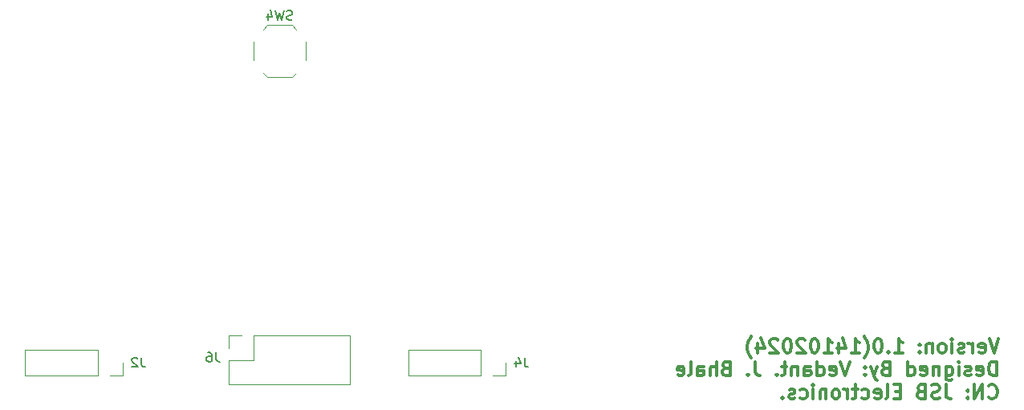
<source format=gbr>
%TF.GenerationSoftware,KiCad,Pcbnew,7.0.2*%
%TF.CreationDate,2024-10-16T20:37:04+05:30*%
%TF.ProjectId,digitalClock,64696769-7461-46c4-936c-6f636b2e6b69,rev?*%
%TF.SameCoordinates,Original*%
%TF.FileFunction,Legend,Bot*%
%TF.FilePolarity,Positive*%
%FSLAX46Y46*%
G04 Gerber Fmt 4.6, Leading zero omitted, Abs format (unit mm)*
G04 Created by KiCad (PCBNEW 7.0.2) date 2024-10-16 20:37:04*
%MOMM*%
%LPD*%
G01*
G04 APERTURE LIST*
%ADD10C,0.300000*%
%ADD11C,0.150000*%
%ADD12C,0.120000*%
G04 APERTURE END LIST*
D10*
X220357142Y-112456428D02*
X219857142Y-113956428D01*
X219857142Y-113956428D02*
X219357142Y-112456428D01*
X218285714Y-113885000D02*
X218428571Y-113956428D01*
X218428571Y-113956428D02*
X218714286Y-113956428D01*
X218714286Y-113956428D02*
X218857143Y-113885000D01*
X218857143Y-113885000D02*
X218928571Y-113742142D01*
X218928571Y-113742142D02*
X218928571Y-113170714D01*
X218928571Y-113170714D02*
X218857143Y-113027857D01*
X218857143Y-113027857D02*
X218714286Y-112956428D01*
X218714286Y-112956428D02*
X218428571Y-112956428D01*
X218428571Y-112956428D02*
X218285714Y-113027857D01*
X218285714Y-113027857D02*
X218214286Y-113170714D01*
X218214286Y-113170714D02*
X218214286Y-113313571D01*
X218214286Y-113313571D02*
X218928571Y-113456428D01*
X217571429Y-113956428D02*
X217571429Y-112956428D01*
X217571429Y-113242142D02*
X217500000Y-113099285D01*
X217500000Y-113099285D02*
X217428572Y-113027857D01*
X217428572Y-113027857D02*
X217285714Y-112956428D01*
X217285714Y-112956428D02*
X217142857Y-112956428D01*
X216714286Y-113885000D02*
X216571429Y-113956428D01*
X216571429Y-113956428D02*
X216285715Y-113956428D01*
X216285715Y-113956428D02*
X216142858Y-113885000D01*
X216142858Y-113885000D02*
X216071429Y-113742142D01*
X216071429Y-113742142D02*
X216071429Y-113670714D01*
X216071429Y-113670714D02*
X216142858Y-113527857D01*
X216142858Y-113527857D02*
X216285715Y-113456428D01*
X216285715Y-113456428D02*
X216500001Y-113456428D01*
X216500001Y-113456428D02*
X216642858Y-113385000D01*
X216642858Y-113385000D02*
X216714286Y-113242142D01*
X216714286Y-113242142D02*
X216714286Y-113170714D01*
X216714286Y-113170714D02*
X216642858Y-113027857D01*
X216642858Y-113027857D02*
X216500001Y-112956428D01*
X216500001Y-112956428D02*
X216285715Y-112956428D01*
X216285715Y-112956428D02*
X216142858Y-113027857D01*
X215428572Y-113956428D02*
X215428572Y-112956428D01*
X215428572Y-112456428D02*
X215500000Y-112527857D01*
X215500000Y-112527857D02*
X215428572Y-112599285D01*
X215428572Y-112599285D02*
X215357143Y-112527857D01*
X215357143Y-112527857D02*
X215428572Y-112456428D01*
X215428572Y-112456428D02*
X215428572Y-112599285D01*
X214500000Y-113956428D02*
X214642857Y-113885000D01*
X214642857Y-113885000D02*
X214714286Y-113813571D01*
X214714286Y-113813571D02*
X214785714Y-113670714D01*
X214785714Y-113670714D02*
X214785714Y-113242142D01*
X214785714Y-113242142D02*
X214714286Y-113099285D01*
X214714286Y-113099285D02*
X214642857Y-113027857D01*
X214642857Y-113027857D02*
X214500000Y-112956428D01*
X214500000Y-112956428D02*
X214285714Y-112956428D01*
X214285714Y-112956428D02*
X214142857Y-113027857D01*
X214142857Y-113027857D02*
X214071429Y-113099285D01*
X214071429Y-113099285D02*
X214000000Y-113242142D01*
X214000000Y-113242142D02*
X214000000Y-113670714D01*
X214000000Y-113670714D02*
X214071429Y-113813571D01*
X214071429Y-113813571D02*
X214142857Y-113885000D01*
X214142857Y-113885000D02*
X214285714Y-113956428D01*
X214285714Y-113956428D02*
X214500000Y-113956428D01*
X213357143Y-112956428D02*
X213357143Y-113956428D01*
X213357143Y-113099285D02*
X213285714Y-113027857D01*
X213285714Y-113027857D02*
X213142857Y-112956428D01*
X213142857Y-112956428D02*
X212928571Y-112956428D01*
X212928571Y-112956428D02*
X212785714Y-113027857D01*
X212785714Y-113027857D02*
X212714286Y-113170714D01*
X212714286Y-113170714D02*
X212714286Y-113956428D01*
X212000000Y-113813571D02*
X211928571Y-113885000D01*
X211928571Y-113885000D02*
X212000000Y-113956428D01*
X212000000Y-113956428D02*
X212071428Y-113885000D01*
X212071428Y-113885000D02*
X212000000Y-113813571D01*
X212000000Y-113813571D02*
X212000000Y-113956428D01*
X212000000Y-113027857D02*
X211928571Y-113099285D01*
X211928571Y-113099285D02*
X212000000Y-113170714D01*
X212000000Y-113170714D02*
X212071428Y-113099285D01*
X212071428Y-113099285D02*
X212000000Y-113027857D01*
X212000000Y-113027857D02*
X212000000Y-113170714D01*
X209357142Y-113956428D02*
X210214285Y-113956428D01*
X209785714Y-113956428D02*
X209785714Y-112456428D01*
X209785714Y-112456428D02*
X209928571Y-112670714D01*
X209928571Y-112670714D02*
X210071428Y-112813571D01*
X210071428Y-112813571D02*
X210214285Y-112885000D01*
X208714286Y-113813571D02*
X208642857Y-113885000D01*
X208642857Y-113885000D02*
X208714286Y-113956428D01*
X208714286Y-113956428D02*
X208785714Y-113885000D01*
X208785714Y-113885000D02*
X208714286Y-113813571D01*
X208714286Y-113813571D02*
X208714286Y-113956428D01*
X207714285Y-112456428D02*
X207571428Y-112456428D01*
X207571428Y-112456428D02*
X207428571Y-112527857D01*
X207428571Y-112527857D02*
X207357143Y-112599285D01*
X207357143Y-112599285D02*
X207285714Y-112742142D01*
X207285714Y-112742142D02*
X207214285Y-113027857D01*
X207214285Y-113027857D02*
X207214285Y-113385000D01*
X207214285Y-113385000D02*
X207285714Y-113670714D01*
X207285714Y-113670714D02*
X207357143Y-113813571D01*
X207357143Y-113813571D02*
X207428571Y-113885000D01*
X207428571Y-113885000D02*
X207571428Y-113956428D01*
X207571428Y-113956428D02*
X207714285Y-113956428D01*
X207714285Y-113956428D02*
X207857143Y-113885000D01*
X207857143Y-113885000D02*
X207928571Y-113813571D01*
X207928571Y-113813571D02*
X208000000Y-113670714D01*
X208000000Y-113670714D02*
X208071428Y-113385000D01*
X208071428Y-113385000D02*
X208071428Y-113027857D01*
X208071428Y-113027857D02*
X208000000Y-112742142D01*
X208000000Y-112742142D02*
X207928571Y-112599285D01*
X207928571Y-112599285D02*
X207857143Y-112527857D01*
X207857143Y-112527857D02*
X207714285Y-112456428D01*
X206142857Y-114527857D02*
X206214286Y-114456428D01*
X206214286Y-114456428D02*
X206357143Y-114242142D01*
X206357143Y-114242142D02*
X206428572Y-114099285D01*
X206428572Y-114099285D02*
X206500000Y-113885000D01*
X206500000Y-113885000D02*
X206571429Y-113527857D01*
X206571429Y-113527857D02*
X206571429Y-113242142D01*
X206571429Y-113242142D02*
X206500000Y-112885000D01*
X206500000Y-112885000D02*
X206428572Y-112670714D01*
X206428572Y-112670714D02*
X206357143Y-112527857D01*
X206357143Y-112527857D02*
X206214286Y-112313571D01*
X206214286Y-112313571D02*
X206142857Y-112242142D01*
X204785714Y-113956428D02*
X205642857Y-113956428D01*
X205214286Y-113956428D02*
X205214286Y-112456428D01*
X205214286Y-112456428D02*
X205357143Y-112670714D01*
X205357143Y-112670714D02*
X205500000Y-112813571D01*
X205500000Y-112813571D02*
X205642857Y-112885000D01*
X203500001Y-112956428D02*
X203500001Y-113956428D01*
X203857143Y-112385000D02*
X204214286Y-113456428D01*
X204214286Y-113456428D02*
X203285715Y-113456428D01*
X201928572Y-113956428D02*
X202785715Y-113956428D01*
X202357144Y-113956428D02*
X202357144Y-112456428D01*
X202357144Y-112456428D02*
X202500001Y-112670714D01*
X202500001Y-112670714D02*
X202642858Y-112813571D01*
X202642858Y-112813571D02*
X202785715Y-112885000D01*
X201000001Y-112456428D02*
X200857144Y-112456428D01*
X200857144Y-112456428D02*
X200714287Y-112527857D01*
X200714287Y-112527857D02*
X200642859Y-112599285D01*
X200642859Y-112599285D02*
X200571430Y-112742142D01*
X200571430Y-112742142D02*
X200500001Y-113027857D01*
X200500001Y-113027857D02*
X200500001Y-113385000D01*
X200500001Y-113385000D02*
X200571430Y-113670714D01*
X200571430Y-113670714D02*
X200642859Y-113813571D01*
X200642859Y-113813571D02*
X200714287Y-113885000D01*
X200714287Y-113885000D02*
X200857144Y-113956428D01*
X200857144Y-113956428D02*
X201000001Y-113956428D01*
X201000001Y-113956428D02*
X201142859Y-113885000D01*
X201142859Y-113885000D02*
X201214287Y-113813571D01*
X201214287Y-113813571D02*
X201285716Y-113670714D01*
X201285716Y-113670714D02*
X201357144Y-113385000D01*
X201357144Y-113385000D02*
X201357144Y-113027857D01*
X201357144Y-113027857D02*
X201285716Y-112742142D01*
X201285716Y-112742142D02*
X201214287Y-112599285D01*
X201214287Y-112599285D02*
X201142859Y-112527857D01*
X201142859Y-112527857D02*
X201000001Y-112456428D01*
X199928573Y-112599285D02*
X199857145Y-112527857D01*
X199857145Y-112527857D02*
X199714288Y-112456428D01*
X199714288Y-112456428D02*
X199357145Y-112456428D01*
X199357145Y-112456428D02*
X199214288Y-112527857D01*
X199214288Y-112527857D02*
X199142859Y-112599285D01*
X199142859Y-112599285D02*
X199071430Y-112742142D01*
X199071430Y-112742142D02*
X199071430Y-112885000D01*
X199071430Y-112885000D02*
X199142859Y-113099285D01*
X199142859Y-113099285D02*
X200000002Y-113956428D01*
X200000002Y-113956428D02*
X199071430Y-113956428D01*
X198142859Y-112456428D02*
X198000002Y-112456428D01*
X198000002Y-112456428D02*
X197857145Y-112527857D01*
X197857145Y-112527857D02*
X197785717Y-112599285D01*
X197785717Y-112599285D02*
X197714288Y-112742142D01*
X197714288Y-112742142D02*
X197642859Y-113027857D01*
X197642859Y-113027857D02*
X197642859Y-113385000D01*
X197642859Y-113385000D02*
X197714288Y-113670714D01*
X197714288Y-113670714D02*
X197785717Y-113813571D01*
X197785717Y-113813571D02*
X197857145Y-113885000D01*
X197857145Y-113885000D02*
X198000002Y-113956428D01*
X198000002Y-113956428D02*
X198142859Y-113956428D01*
X198142859Y-113956428D02*
X198285717Y-113885000D01*
X198285717Y-113885000D02*
X198357145Y-113813571D01*
X198357145Y-113813571D02*
X198428574Y-113670714D01*
X198428574Y-113670714D02*
X198500002Y-113385000D01*
X198500002Y-113385000D02*
X198500002Y-113027857D01*
X198500002Y-113027857D02*
X198428574Y-112742142D01*
X198428574Y-112742142D02*
X198357145Y-112599285D01*
X198357145Y-112599285D02*
X198285717Y-112527857D01*
X198285717Y-112527857D02*
X198142859Y-112456428D01*
X197071431Y-112599285D02*
X197000003Y-112527857D01*
X197000003Y-112527857D02*
X196857146Y-112456428D01*
X196857146Y-112456428D02*
X196500003Y-112456428D01*
X196500003Y-112456428D02*
X196357146Y-112527857D01*
X196357146Y-112527857D02*
X196285717Y-112599285D01*
X196285717Y-112599285D02*
X196214288Y-112742142D01*
X196214288Y-112742142D02*
X196214288Y-112885000D01*
X196214288Y-112885000D02*
X196285717Y-113099285D01*
X196285717Y-113099285D02*
X197142860Y-113956428D01*
X197142860Y-113956428D02*
X196214288Y-113956428D01*
X194928575Y-112956428D02*
X194928575Y-113956428D01*
X195285717Y-112385000D02*
X195642860Y-113456428D01*
X195642860Y-113456428D02*
X194714289Y-113456428D01*
X194285718Y-114527857D02*
X194214289Y-114456428D01*
X194214289Y-114456428D02*
X194071432Y-114242142D01*
X194071432Y-114242142D02*
X194000004Y-114099285D01*
X194000004Y-114099285D02*
X193928575Y-113885000D01*
X193928575Y-113885000D02*
X193857146Y-113527857D01*
X193857146Y-113527857D02*
X193857146Y-113242142D01*
X193857146Y-113242142D02*
X193928575Y-112885000D01*
X193928575Y-112885000D02*
X194000004Y-112670714D01*
X194000004Y-112670714D02*
X194071432Y-112527857D01*
X194071432Y-112527857D02*
X194214289Y-112313571D01*
X194214289Y-112313571D02*
X194285718Y-112242142D01*
X220142857Y-116386428D02*
X220142857Y-114886428D01*
X220142857Y-114886428D02*
X219785714Y-114886428D01*
X219785714Y-114886428D02*
X219571428Y-114957857D01*
X219571428Y-114957857D02*
X219428571Y-115100714D01*
X219428571Y-115100714D02*
X219357142Y-115243571D01*
X219357142Y-115243571D02*
X219285714Y-115529285D01*
X219285714Y-115529285D02*
X219285714Y-115743571D01*
X219285714Y-115743571D02*
X219357142Y-116029285D01*
X219357142Y-116029285D02*
X219428571Y-116172142D01*
X219428571Y-116172142D02*
X219571428Y-116315000D01*
X219571428Y-116315000D02*
X219785714Y-116386428D01*
X219785714Y-116386428D02*
X220142857Y-116386428D01*
X218071428Y-116315000D02*
X218214285Y-116386428D01*
X218214285Y-116386428D02*
X218500000Y-116386428D01*
X218500000Y-116386428D02*
X218642857Y-116315000D01*
X218642857Y-116315000D02*
X218714285Y-116172142D01*
X218714285Y-116172142D02*
X218714285Y-115600714D01*
X218714285Y-115600714D02*
X218642857Y-115457857D01*
X218642857Y-115457857D02*
X218500000Y-115386428D01*
X218500000Y-115386428D02*
X218214285Y-115386428D01*
X218214285Y-115386428D02*
X218071428Y-115457857D01*
X218071428Y-115457857D02*
X218000000Y-115600714D01*
X218000000Y-115600714D02*
X218000000Y-115743571D01*
X218000000Y-115743571D02*
X218714285Y-115886428D01*
X217428571Y-116315000D02*
X217285714Y-116386428D01*
X217285714Y-116386428D02*
X217000000Y-116386428D01*
X217000000Y-116386428D02*
X216857143Y-116315000D01*
X216857143Y-116315000D02*
X216785714Y-116172142D01*
X216785714Y-116172142D02*
X216785714Y-116100714D01*
X216785714Y-116100714D02*
X216857143Y-115957857D01*
X216857143Y-115957857D02*
X217000000Y-115886428D01*
X217000000Y-115886428D02*
X217214286Y-115886428D01*
X217214286Y-115886428D02*
X217357143Y-115815000D01*
X217357143Y-115815000D02*
X217428571Y-115672142D01*
X217428571Y-115672142D02*
X217428571Y-115600714D01*
X217428571Y-115600714D02*
X217357143Y-115457857D01*
X217357143Y-115457857D02*
X217214286Y-115386428D01*
X217214286Y-115386428D02*
X217000000Y-115386428D01*
X217000000Y-115386428D02*
X216857143Y-115457857D01*
X216142857Y-116386428D02*
X216142857Y-115386428D01*
X216142857Y-114886428D02*
X216214285Y-114957857D01*
X216214285Y-114957857D02*
X216142857Y-115029285D01*
X216142857Y-115029285D02*
X216071428Y-114957857D01*
X216071428Y-114957857D02*
X216142857Y-114886428D01*
X216142857Y-114886428D02*
X216142857Y-115029285D01*
X214785714Y-115386428D02*
X214785714Y-116600714D01*
X214785714Y-116600714D02*
X214857142Y-116743571D01*
X214857142Y-116743571D02*
X214928571Y-116815000D01*
X214928571Y-116815000D02*
X215071428Y-116886428D01*
X215071428Y-116886428D02*
X215285714Y-116886428D01*
X215285714Y-116886428D02*
X215428571Y-116815000D01*
X214785714Y-116315000D02*
X214928571Y-116386428D01*
X214928571Y-116386428D02*
X215214285Y-116386428D01*
X215214285Y-116386428D02*
X215357142Y-116315000D01*
X215357142Y-116315000D02*
X215428571Y-116243571D01*
X215428571Y-116243571D02*
X215499999Y-116100714D01*
X215499999Y-116100714D02*
X215499999Y-115672142D01*
X215499999Y-115672142D02*
X215428571Y-115529285D01*
X215428571Y-115529285D02*
X215357142Y-115457857D01*
X215357142Y-115457857D02*
X215214285Y-115386428D01*
X215214285Y-115386428D02*
X214928571Y-115386428D01*
X214928571Y-115386428D02*
X214785714Y-115457857D01*
X214071428Y-115386428D02*
X214071428Y-116386428D01*
X214071428Y-115529285D02*
X213999999Y-115457857D01*
X213999999Y-115457857D02*
X213857142Y-115386428D01*
X213857142Y-115386428D02*
X213642856Y-115386428D01*
X213642856Y-115386428D02*
X213499999Y-115457857D01*
X213499999Y-115457857D02*
X213428571Y-115600714D01*
X213428571Y-115600714D02*
X213428571Y-116386428D01*
X212142856Y-116315000D02*
X212285713Y-116386428D01*
X212285713Y-116386428D02*
X212571428Y-116386428D01*
X212571428Y-116386428D02*
X212714285Y-116315000D01*
X212714285Y-116315000D02*
X212785713Y-116172142D01*
X212785713Y-116172142D02*
X212785713Y-115600714D01*
X212785713Y-115600714D02*
X212714285Y-115457857D01*
X212714285Y-115457857D02*
X212571428Y-115386428D01*
X212571428Y-115386428D02*
X212285713Y-115386428D01*
X212285713Y-115386428D02*
X212142856Y-115457857D01*
X212142856Y-115457857D02*
X212071428Y-115600714D01*
X212071428Y-115600714D02*
X212071428Y-115743571D01*
X212071428Y-115743571D02*
X212785713Y-115886428D01*
X210785714Y-116386428D02*
X210785714Y-114886428D01*
X210785714Y-116315000D02*
X210928571Y-116386428D01*
X210928571Y-116386428D02*
X211214285Y-116386428D01*
X211214285Y-116386428D02*
X211357142Y-116315000D01*
X211357142Y-116315000D02*
X211428571Y-116243571D01*
X211428571Y-116243571D02*
X211499999Y-116100714D01*
X211499999Y-116100714D02*
X211499999Y-115672142D01*
X211499999Y-115672142D02*
X211428571Y-115529285D01*
X211428571Y-115529285D02*
X211357142Y-115457857D01*
X211357142Y-115457857D02*
X211214285Y-115386428D01*
X211214285Y-115386428D02*
X210928571Y-115386428D01*
X210928571Y-115386428D02*
X210785714Y-115457857D01*
X208428571Y-115600714D02*
X208214285Y-115672142D01*
X208214285Y-115672142D02*
X208142856Y-115743571D01*
X208142856Y-115743571D02*
X208071428Y-115886428D01*
X208071428Y-115886428D02*
X208071428Y-116100714D01*
X208071428Y-116100714D02*
X208142856Y-116243571D01*
X208142856Y-116243571D02*
X208214285Y-116315000D01*
X208214285Y-116315000D02*
X208357142Y-116386428D01*
X208357142Y-116386428D02*
X208928571Y-116386428D01*
X208928571Y-116386428D02*
X208928571Y-114886428D01*
X208928571Y-114886428D02*
X208428571Y-114886428D01*
X208428571Y-114886428D02*
X208285714Y-114957857D01*
X208285714Y-114957857D02*
X208214285Y-115029285D01*
X208214285Y-115029285D02*
X208142856Y-115172142D01*
X208142856Y-115172142D02*
X208142856Y-115315000D01*
X208142856Y-115315000D02*
X208214285Y-115457857D01*
X208214285Y-115457857D02*
X208285714Y-115529285D01*
X208285714Y-115529285D02*
X208428571Y-115600714D01*
X208428571Y-115600714D02*
X208928571Y-115600714D01*
X207571428Y-115386428D02*
X207214285Y-116386428D01*
X206857142Y-115386428D02*
X207214285Y-116386428D01*
X207214285Y-116386428D02*
X207357142Y-116743571D01*
X207357142Y-116743571D02*
X207428571Y-116815000D01*
X207428571Y-116815000D02*
X207571428Y-116886428D01*
X206285714Y-116243571D02*
X206214285Y-116315000D01*
X206214285Y-116315000D02*
X206285714Y-116386428D01*
X206285714Y-116386428D02*
X206357142Y-116315000D01*
X206357142Y-116315000D02*
X206285714Y-116243571D01*
X206285714Y-116243571D02*
X206285714Y-116386428D01*
X206285714Y-115457857D02*
X206214285Y-115529285D01*
X206214285Y-115529285D02*
X206285714Y-115600714D01*
X206285714Y-115600714D02*
X206357142Y-115529285D01*
X206357142Y-115529285D02*
X206285714Y-115457857D01*
X206285714Y-115457857D02*
X206285714Y-115600714D01*
X204642856Y-114886428D02*
X204142856Y-116386428D01*
X204142856Y-116386428D02*
X203642856Y-114886428D01*
X202571428Y-116315000D02*
X202714285Y-116386428D01*
X202714285Y-116386428D02*
X203000000Y-116386428D01*
X203000000Y-116386428D02*
X203142857Y-116315000D01*
X203142857Y-116315000D02*
X203214285Y-116172142D01*
X203214285Y-116172142D02*
X203214285Y-115600714D01*
X203214285Y-115600714D02*
X203142857Y-115457857D01*
X203142857Y-115457857D02*
X203000000Y-115386428D01*
X203000000Y-115386428D02*
X202714285Y-115386428D01*
X202714285Y-115386428D02*
X202571428Y-115457857D01*
X202571428Y-115457857D02*
X202500000Y-115600714D01*
X202500000Y-115600714D02*
X202500000Y-115743571D01*
X202500000Y-115743571D02*
X203214285Y-115886428D01*
X201214286Y-116386428D02*
X201214286Y-114886428D01*
X201214286Y-116315000D02*
X201357143Y-116386428D01*
X201357143Y-116386428D02*
X201642857Y-116386428D01*
X201642857Y-116386428D02*
X201785714Y-116315000D01*
X201785714Y-116315000D02*
X201857143Y-116243571D01*
X201857143Y-116243571D02*
X201928571Y-116100714D01*
X201928571Y-116100714D02*
X201928571Y-115672142D01*
X201928571Y-115672142D02*
X201857143Y-115529285D01*
X201857143Y-115529285D02*
X201785714Y-115457857D01*
X201785714Y-115457857D02*
X201642857Y-115386428D01*
X201642857Y-115386428D02*
X201357143Y-115386428D01*
X201357143Y-115386428D02*
X201214286Y-115457857D01*
X199857143Y-116386428D02*
X199857143Y-115600714D01*
X199857143Y-115600714D02*
X199928571Y-115457857D01*
X199928571Y-115457857D02*
X200071428Y-115386428D01*
X200071428Y-115386428D02*
X200357143Y-115386428D01*
X200357143Y-115386428D02*
X200500000Y-115457857D01*
X199857143Y-116315000D02*
X200000000Y-116386428D01*
X200000000Y-116386428D02*
X200357143Y-116386428D01*
X200357143Y-116386428D02*
X200500000Y-116315000D01*
X200500000Y-116315000D02*
X200571428Y-116172142D01*
X200571428Y-116172142D02*
X200571428Y-116029285D01*
X200571428Y-116029285D02*
X200500000Y-115886428D01*
X200500000Y-115886428D02*
X200357143Y-115815000D01*
X200357143Y-115815000D02*
X200000000Y-115815000D01*
X200000000Y-115815000D02*
X199857143Y-115743571D01*
X199142857Y-115386428D02*
X199142857Y-116386428D01*
X199142857Y-115529285D02*
X199071428Y-115457857D01*
X199071428Y-115457857D02*
X198928571Y-115386428D01*
X198928571Y-115386428D02*
X198714285Y-115386428D01*
X198714285Y-115386428D02*
X198571428Y-115457857D01*
X198571428Y-115457857D02*
X198500000Y-115600714D01*
X198500000Y-115600714D02*
X198500000Y-116386428D01*
X197999999Y-115386428D02*
X197428571Y-115386428D01*
X197785714Y-114886428D02*
X197785714Y-116172142D01*
X197785714Y-116172142D02*
X197714285Y-116315000D01*
X197714285Y-116315000D02*
X197571428Y-116386428D01*
X197571428Y-116386428D02*
X197428571Y-116386428D01*
X196928571Y-116243571D02*
X196857142Y-116315000D01*
X196857142Y-116315000D02*
X196928571Y-116386428D01*
X196928571Y-116386428D02*
X196999999Y-116315000D01*
X196999999Y-116315000D02*
X196928571Y-116243571D01*
X196928571Y-116243571D02*
X196928571Y-116386428D01*
X194642856Y-114886428D02*
X194642856Y-115957857D01*
X194642856Y-115957857D02*
X194714285Y-116172142D01*
X194714285Y-116172142D02*
X194857142Y-116315000D01*
X194857142Y-116315000D02*
X195071428Y-116386428D01*
X195071428Y-116386428D02*
X195214285Y-116386428D01*
X193928571Y-116243571D02*
X193857142Y-116315000D01*
X193857142Y-116315000D02*
X193928571Y-116386428D01*
X193928571Y-116386428D02*
X193999999Y-116315000D01*
X193999999Y-116315000D02*
X193928571Y-116243571D01*
X193928571Y-116243571D02*
X193928571Y-116386428D01*
X191571428Y-115600714D02*
X191357142Y-115672142D01*
X191357142Y-115672142D02*
X191285713Y-115743571D01*
X191285713Y-115743571D02*
X191214285Y-115886428D01*
X191214285Y-115886428D02*
X191214285Y-116100714D01*
X191214285Y-116100714D02*
X191285713Y-116243571D01*
X191285713Y-116243571D02*
X191357142Y-116315000D01*
X191357142Y-116315000D02*
X191499999Y-116386428D01*
X191499999Y-116386428D02*
X192071428Y-116386428D01*
X192071428Y-116386428D02*
X192071428Y-114886428D01*
X192071428Y-114886428D02*
X191571428Y-114886428D01*
X191571428Y-114886428D02*
X191428571Y-114957857D01*
X191428571Y-114957857D02*
X191357142Y-115029285D01*
X191357142Y-115029285D02*
X191285713Y-115172142D01*
X191285713Y-115172142D02*
X191285713Y-115315000D01*
X191285713Y-115315000D02*
X191357142Y-115457857D01*
X191357142Y-115457857D02*
X191428571Y-115529285D01*
X191428571Y-115529285D02*
X191571428Y-115600714D01*
X191571428Y-115600714D02*
X192071428Y-115600714D01*
X190571428Y-116386428D02*
X190571428Y-114886428D01*
X189928571Y-116386428D02*
X189928571Y-115600714D01*
X189928571Y-115600714D02*
X189999999Y-115457857D01*
X189999999Y-115457857D02*
X190142856Y-115386428D01*
X190142856Y-115386428D02*
X190357142Y-115386428D01*
X190357142Y-115386428D02*
X190499999Y-115457857D01*
X190499999Y-115457857D02*
X190571428Y-115529285D01*
X188571428Y-116386428D02*
X188571428Y-115600714D01*
X188571428Y-115600714D02*
X188642856Y-115457857D01*
X188642856Y-115457857D02*
X188785713Y-115386428D01*
X188785713Y-115386428D02*
X189071428Y-115386428D01*
X189071428Y-115386428D02*
X189214285Y-115457857D01*
X188571428Y-116315000D02*
X188714285Y-116386428D01*
X188714285Y-116386428D02*
X189071428Y-116386428D01*
X189071428Y-116386428D02*
X189214285Y-116315000D01*
X189214285Y-116315000D02*
X189285713Y-116172142D01*
X189285713Y-116172142D02*
X189285713Y-116029285D01*
X189285713Y-116029285D02*
X189214285Y-115886428D01*
X189214285Y-115886428D02*
X189071428Y-115815000D01*
X189071428Y-115815000D02*
X188714285Y-115815000D01*
X188714285Y-115815000D02*
X188571428Y-115743571D01*
X187642856Y-116386428D02*
X187785713Y-116315000D01*
X187785713Y-116315000D02*
X187857142Y-116172142D01*
X187857142Y-116172142D02*
X187857142Y-114886428D01*
X186499999Y-116315000D02*
X186642856Y-116386428D01*
X186642856Y-116386428D02*
X186928571Y-116386428D01*
X186928571Y-116386428D02*
X187071428Y-116315000D01*
X187071428Y-116315000D02*
X187142856Y-116172142D01*
X187142856Y-116172142D02*
X187142856Y-115600714D01*
X187142856Y-115600714D02*
X187071428Y-115457857D01*
X187071428Y-115457857D02*
X186928571Y-115386428D01*
X186928571Y-115386428D02*
X186642856Y-115386428D01*
X186642856Y-115386428D02*
X186499999Y-115457857D01*
X186499999Y-115457857D02*
X186428571Y-115600714D01*
X186428571Y-115600714D02*
X186428571Y-115743571D01*
X186428571Y-115743571D02*
X187142856Y-115886428D01*
X219285714Y-118673571D02*
X219357142Y-118745000D01*
X219357142Y-118745000D02*
X219571428Y-118816428D01*
X219571428Y-118816428D02*
X219714285Y-118816428D01*
X219714285Y-118816428D02*
X219928571Y-118745000D01*
X219928571Y-118745000D02*
X220071428Y-118602142D01*
X220071428Y-118602142D02*
X220142857Y-118459285D01*
X220142857Y-118459285D02*
X220214285Y-118173571D01*
X220214285Y-118173571D02*
X220214285Y-117959285D01*
X220214285Y-117959285D02*
X220142857Y-117673571D01*
X220142857Y-117673571D02*
X220071428Y-117530714D01*
X220071428Y-117530714D02*
X219928571Y-117387857D01*
X219928571Y-117387857D02*
X219714285Y-117316428D01*
X219714285Y-117316428D02*
X219571428Y-117316428D01*
X219571428Y-117316428D02*
X219357142Y-117387857D01*
X219357142Y-117387857D02*
X219285714Y-117459285D01*
X218642857Y-118816428D02*
X218642857Y-117316428D01*
X218642857Y-117316428D02*
X217785714Y-118816428D01*
X217785714Y-118816428D02*
X217785714Y-117316428D01*
X217071428Y-118673571D02*
X216999999Y-118745000D01*
X216999999Y-118745000D02*
X217071428Y-118816428D01*
X217071428Y-118816428D02*
X217142856Y-118745000D01*
X217142856Y-118745000D02*
X217071428Y-118673571D01*
X217071428Y-118673571D02*
X217071428Y-118816428D01*
X217071428Y-117887857D02*
X216999999Y-117959285D01*
X216999999Y-117959285D02*
X217071428Y-118030714D01*
X217071428Y-118030714D02*
X217142856Y-117959285D01*
X217142856Y-117959285D02*
X217071428Y-117887857D01*
X217071428Y-117887857D02*
X217071428Y-118030714D01*
X214785713Y-117316428D02*
X214785713Y-118387857D01*
X214785713Y-118387857D02*
X214857142Y-118602142D01*
X214857142Y-118602142D02*
X214999999Y-118745000D01*
X214999999Y-118745000D02*
X215214285Y-118816428D01*
X215214285Y-118816428D02*
X215357142Y-118816428D01*
X214142856Y-118745000D02*
X213928571Y-118816428D01*
X213928571Y-118816428D02*
X213571428Y-118816428D01*
X213571428Y-118816428D02*
X213428571Y-118745000D01*
X213428571Y-118745000D02*
X213357142Y-118673571D01*
X213357142Y-118673571D02*
X213285713Y-118530714D01*
X213285713Y-118530714D02*
X213285713Y-118387857D01*
X213285713Y-118387857D02*
X213357142Y-118245000D01*
X213357142Y-118245000D02*
X213428571Y-118173571D01*
X213428571Y-118173571D02*
X213571428Y-118102142D01*
X213571428Y-118102142D02*
X213857142Y-118030714D01*
X213857142Y-118030714D02*
X213999999Y-117959285D01*
X213999999Y-117959285D02*
X214071428Y-117887857D01*
X214071428Y-117887857D02*
X214142856Y-117745000D01*
X214142856Y-117745000D02*
X214142856Y-117602142D01*
X214142856Y-117602142D02*
X214071428Y-117459285D01*
X214071428Y-117459285D02*
X213999999Y-117387857D01*
X213999999Y-117387857D02*
X213857142Y-117316428D01*
X213857142Y-117316428D02*
X213499999Y-117316428D01*
X213499999Y-117316428D02*
X213285713Y-117387857D01*
X212142857Y-118030714D02*
X211928571Y-118102142D01*
X211928571Y-118102142D02*
X211857142Y-118173571D01*
X211857142Y-118173571D02*
X211785714Y-118316428D01*
X211785714Y-118316428D02*
X211785714Y-118530714D01*
X211785714Y-118530714D02*
X211857142Y-118673571D01*
X211857142Y-118673571D02*
X211928571Y-118745000D01*
X211928571Y-118745000D02*
X212071428Y-118816428D01*
X212071428Y-118816428D02*
X212642857Y-118816428D01*
X212642857Y-118816428D02*
X212642857Y-117316428D01*
X212642857Y-117316428D02*
X212142857Y-117316428D01*
X212142857Y-117316428D02*
X212000000Y-117387857D01*
X212000000Y-117387857D02*
X211928571Y-117459285D01*
X211928571Y-117459285D02*
X211857142Y-117602142D01*
X211857142Y-117602142D02*
X211857142Y-117745000D01*
X211857142Y-117745000D02*
X211928571Y-117887857D01*
X211928571Y-117887857D02*
X212000000Y-117959285D01*
X212000000Y-117959285D02*
X212142857Y-118030714D01*
X212142857Y-118030714D02*
X212642857Y-118030714D01*
X210000000Y-118030714D02*
X209500000Y-118030714D01*
X209285714Y-118816428D02*
X210000000Y-118816428D01*
X210000000Y-118816428D02*
X210000000Y-117316428D01*
X210000000Y-117316428D02*
X209285714Y-117316428D01*
X208428571Y-118816428D02*
X208571428Y-118745000D01*
X208571428Y-118745000D02*
X208642857Y-118602142D01*
X208642857Y-118602142D02*
X208642857Y-117316428D01*
X207285714Y-118745000D02*
X207428571Y-118816428D01*
X207428571Y-118816428D02*
X207714286Y-118816428D01*
X207714286Y-118816428D02*
X207857143Y-118745000D01*
X207857143Y-118745000D02*
X207928571Y-118602142D01*
X207928571Y-118602142D02*
X207928571Y-118030714D01*
X207928571Y-118030714D02*
X207857143Y-117887857D01*
X207857143Y-117887857D02*
X207714286Y-117816428D01*
X207714286Y-117816428D02*
X207428571Y-117816428D01*
X207428571Y-117816428D02*
X207285714Y-117887857D01*
X207285714Y-117887857D02*
X207214286Y-118030714D01*
X207214286Y-118030714D02*
X207214286Y-118173571D01*
X207214286Y-118173571D02*
X207928571Y-118316428D01*
X205928572Y-118745000D02*
X206071429Y-118816428D01*
X206071429Y-118816428D02*
X206357143Y-118816428D01*
X206357143Y-118816428D02*
X206500000Y-118745000D01*
X206500000Y-118745000D02*
X206571429Y-118673571D01*
X206571429Y-118673571D02*
X206642857Y-118530714D01*
X206642857Y-118530714D02*
X206642857Y-118102142D01*
X206642857Y-118102142D02*
X206571429Y-117959285D01*
X206571429Y-117959285D02*
X206500000Y-117887857D01*
X206500000Y-117887857D02*
X206357143Y-117816428D01*
X206357143Y-117816428D02*
X206071429Y-117816428D01*
X206071429Y-117816428D02*
X205928572Y-117887857D01*
X205500000Y-117816428D02*
X204928572Y-117816428D01*
X205285715Y-117316428D02*
X205285715Y-118602142D01*
X205285715Y-118602142D02*
X205214286Y-118745000D01*
X205214286Y-118745000D02*
X205071429Y-118816428D01*
X205071429Y-118816428D02*
X204928572Y-118816428D01*
X204428572Y-118816428D02*
X204428572Y-117816428D01*
X204428572Y-118102142D02*
X204357143Y-117959285D01*
X204357143Y-117959285D02*
X204285715Y-117887857D01*
X204285715Y-117887857D02*
X204142857Y-117816428D01*
X204142857Y-117816428D02*
X204000000Y-117816428D01*
X203285715Y-118816428D02*
X203428572Y-118745000D01*
X203428572Y-118745000D02*
X203500001Y-118673571D01*
X203500001Y-118673571D02*
X203571429Y-118530714D01*
X203571429Y-118530714D02*
X203571429Y-118102142D01*
X203571429Y-118102142D02*
X203500001Y-117959285D01*
X203500001Y-117959285D02*
X203428572Y-117887857D01*
X203428572Y-117887857D02*
X203285715Y-117816428D01*
X203285715Y-117816428D02*
X203071429Y-117816428D01*
X203071429Y-117816428D02*
X202928572Y-117887857D01*
X202928572Y-117887857D02*
X202857144Y-117959285D01*
X202857144Y-117959285D02*
X202785715Y-118102142D01*
X202785715Y-118102142D02*
X202785715Y-118530714D01*
X202785715Y-118530714D02*
X202857144Y-118673571D01*
X202857144Y-118673571D02*
X202928572Y-118745000D01*
X202928572Y-118745000D02*
X203071429Y-118816428D01*
X203071429Y-118816428D02*
X203285715Y-118816428D01*
X202142858Y-117816428D02*
X202142858Y-118816428D01*
X202142858Y-117959285D02*
X202071429Y-117887857D01*
X202071429Y-117887857D02*
X201928572Y-117816428D01*
X201928572Y-117816428D02*
X201714286Y-117816428D01*
X201714286Y-117816428D02*
X201571429Y-117887857D01*
X201571429Y-117887857D02*
X201500001Y-118030714D01*
X201500001Y-118030714D02*
X201500001Y-118816428D01*
X200785715Y-118816428D02*
X200785715Y-117816428D01*
X200785715Y-117316428D02*
X200857143Y-117387857D01*
X200857143Y-117387857D02*
X200785715Y-117459285D01*
X200785715Y-117459285D02*
X200714286Y-117387857D01*
X200714286Y-117387857D02*
X200785715Y-117316428D01*
X200785715Y-117316428D02*
X200785715Y-117459285D01*
X199428572Y-118745000D02*
X199571429Y-118816428D01*
X199571429Y-118816428D02*
X199857143Y-118816428D01*
X199857143Y-118816428D02*
X200000000Y-118745000D01*
X200000000Y-118745000D02*
X200071429Y-118673571D01*
X200071429Y-118673571D02*
X200142857Y-118530714D01*
X200142857Y-118530714D02*
X200142857Y-118102142D01*
X200142857Y-118102142D02*
X200071429Y-117959285D01*
X200071429Y-117959285D02*
X200000000Y-117887857D01*
X200000000Y-117887857D02*
X199857143Y-117816428D01*
X199857143Y-117816428D02*
X199571429Y-117816428D01*
X199571429Y-117816428D02*
X199428572Y-117887857D01*
X198857143Y-118745000D02*
X198714286Y-118816428D01*
X198714286Y-118816428D02*
X198428572Y-118816428D01*
X198428572Y-118816428D02*
X198285715Y-118745000D01*
X198285715Y-118745000D02*
X198214286Y-118602142D01*
X198214286Y-118602142D02*
X198214286Y-118530714D01*
X198214286Y-118530714D02*
X198285715Y-118387857D01*
X198285715Y-118387857D02*
X198428572Y-118316428D01*
X198428572Y-118316428D02*
X198642858Y-118316428D01*
X198642858Y-118316428D02*
X198785715Y-118245000D01*
X198785715Y-118245000D02*
X198857143Y-118102142D01*
X198857143Y-118102142D02*
X198857143Y-118030714D01*
X198857143Y-118030714D02*
X198785715Y-117887857D01*
X198785715Y-117887857D02*
X198642858Y-117816428D01*
X198642858Y-117816428D02*
X198428572Y-117816428D01*
X198428572Y-117816428D02*
X198285715Y-117887857D01*
X197571429Y-118673571D02*
X197500000Y-118745000D01*
X197500000Y-118745000D02*
X197571429Y-118816428D01*
X197571429Y-118816428D02*
X197642857Y-118745000D01*
X197642857Y-118745000D02*
X197571429Y-118673571D01*
X197571429Y-118673571D02*
X197571429Y-118816428D01*
D11*
%TO.C,J6*%
X137793333Y-113922619D02*
X137793333Y-114636904D01*
X137793333Y-114636904D02*
X137840952Y-114779761D01*
X137840952Y-114779761D02*
X137936190Y-114875000D01*
X137936190Y-114875000D02*
X138079047Y-114922619D01*
X138079047Y-114922619D02*
X138174285Y-114922619D01*
X136888571Y-113922619D02*
X137079047Y-113922619D01*
X137079047Y-113922619D02*
X137174285Y-113970238D01*
X137174285Y-113970238D02*
X137221904Y-114017857D01*
X137221904Y-114017857D02*
X137317142Y-114160714D01*
X137317142Y-114160714D02*
X137364761Y-114351190D01*
X137364761Y-114351190D02*
X137364761Y-114732142D01*
X137364761Y-114732142D02*
X137317142Y-114827380D01*
X137317142Y-114827380D02*
X137269523Y-114875000D01*
X137269523Y-114875000D02*
X137174285Y-114922619D01*
X137174285Y-114922619D02*
X136983809Y-114922619D01*
X136983809Y-114922619D02*
X136888571Y-114875000D01*
X136888571Y-114875000D02*
X136840952Y-114827380D01*
X136840952Y-114827380D02*
X136793333Y-114732142D01*
X136793333Y-114732142D02*
X136793333Y-114494047D01*
X136793333Y-114494047D02*
X136840952Y-114398809D01*
X136840952Y-114398809D02*
X136888571Y-114351190D01*
X136888571Y-114351190D02*
X136983809Y-114303571D01*
X136983809Y-114303571D02*
X137174285Y-114303571D01*
X137174285Y-114303571D02*
X137269523Y-114351190D01*
X137269523Y-114351190D02*
X137317142Y-114398809D01*
X137317142Y-114398809D02*
X137364761Y-114494047D01*
%TO.C,J4*%
X170333333Y-114462619D02*
X170333333Y-115176904D01*
X170333333Y-115176904D02*
X170380952Y-115319761D01*
X170380952Y-115319761D02*
X170476190Y-115415000D01*
X170476190Y-115415000D02*
X170619047Y-115462619D01*
X170619047Y-115462619D02*
X170714285Y-115462619D01*
X169428571Y-114795952D02*
X169428571Y-115462619D01*
X169666666Y-114415000D02*
X169904761Y-115129285D01*
X169904761Y-115129285D02*
X169285714Y-115129285D01*
%TO.C,J2*%
X129913333Y-114462619D02*
X129913333Y-115176904D01*
X129913333Y-115176904D02*
X129960952Y-115319761D01*
X129960952Y-115319761D02*
X130056190Y-115415000D01*
X130056190Y-115415000D02*
X130199047Y-115462619D01*
X130199047Y-115462619D02*
X130294285Y-115462619D01*
X129484761Y-114557857D02*
X129437142Y-114510238D01*
X129437142Y-114510238D02*
X129341904Y-114462619D01*
X129341904Y-114462619D02*
X129103809Y-114462619D01*
X129103809Y-114462619D02*
X129008571Y-114510238D01*
X129008571Y-114510238D02*
X128960952Y-114557857D01*
X128960952Y-114557857D02*
X128913333Y-114653095D01*
X128913333Y-114653095D02*
X128913333Y-114748333D01*
X128913333Y-114748333D02*
X128960952Y-114891190D01*
X128960952Y-114891190D02*
X129532380Y-115462619D01*
X129532380Y-115462619D02*
X128913333Y-115462619D01*
%TO.C,SW4*%
X145833332Y-78790000D02*
X145690475Y-78837619D01*
X145690475Y-78837619D02*
X145452380Y-78837619D01*
X145452380Y-78837619D02*
X145357142Y-78790000D01*
X145357142Y-78790000D02*
X145309523Y-78742380D01*
X145309523Y-78742380D02*
X145261904Y-78647142D01*
X145261904Y-78647142D02*
X145261904Y-78551904D01*
X145261904Y-78551904D02*
X145309523Y-78456666D01*
X145309523Y-78456666D02*
X145357142Y-78409047D01*
X145357142Y-78409047D02*
X145452380Y-78361428D01*
X145452380Y-78361428D02*
X145642856Y-78313809D01*
X145642856Y-78313809D02*
X145738094Y-78266190D01*
X145738094Y-78266190D02*
X145785713Y-78218571D01*
X145785713Y-78218571D02*
X145833332Y-78123333D01*
X145833332Y-78123333D02*
X145833332Y-78028095D01*
X145833332Y-78028095D02*
X145785713Y-77932857D01*
X145785713Y-77932857D02*
X145738094Y-77885238D01*
X145738094Y-77885238D02*
X145642856Y-77837619D01*
X145642856Y-77837619D02*
X145404761Y-77837619D01*
X145404761Y-77837619D02*
X145261904Y-77885238D01*
X144928570Y-77837619D02*
X144690475Y-78837619D01*
X144690475Y-78837619D02*
X144499999Y-78123333D01*
X144499999Y-78123333D02*
X144309523Y-78837619D01*
X144309523Y-78837619D02*
X144071428Y-77837619D01*
X143261904Y-78170952D02*
X143261904Y-78837619D01*
X143499999Y-77790000D02*
X143738094Y-78504285D01*
X143738094Y-78504285D02*
X143119047Y-78504285D01*
D12*
%TO.C,J6*%
X151950000Y-112130000D02*
X151950000Y-117330000D01*
X141730000Y-112130000D02*
X151950000Y-112130000D01*
X141730000Y-112130000D02*
X141730000Y-114730000D01*
X140460000Y-112130000D02*
X139130000Y-112130000D01*
X139130000Y-112130000D02*
X139130000Y-113460000D01*
X141730000Y-114730000D02*
X139130000Y-114730000D01*
X139130000Y-114730000D02*
X139130000Y-117330000D01*
X139130000Y-117330000D02*
X151950000Y-117330000D01*
%TO.C,J4*%
X158050000Y-116330000D02*
X158050000Y-113670000D01*
X165730000Y-116330000D02*
X158050000Y-116330000D01*
X165730000Y-116330000D02*
X165730000Y-113670000D01*
X167000000Y-116330000D02*
X168330000Y-116330000D01*
X168330000Y-116330000D02*
X168330000Y-115000000D01*
X165730000Y-113670000D02*
X158050000Y-113670000D01*
%TO.C,J2*%
X117630000Y-116330000D02*
X117630000Y-113670000D01*
X125310000Y-116330000D02*
X117630000Y-116330000D01*
X125310000Y-116330000D02*
X125310000Y-113670000D01*
X126580000Y-116330000D02*
X127910000Y-116330000D01*
X127910000Y-116330000D02*
X127910000Y-115000000D01*
X125310000Y-113670000D02*
X117630000Y-113670000D01*
%TO.C,SW4*%
X147250000Y-81125000D02*
X147250000Y-83125000D01*
X146250000Y-84425000D02*
X145800000Y-84875000D01*
X146250000Y-79825000D02*
X145800000Y-79375000D01*
X145800000Y-84875000D02*
X143200000Y-84875000D01*
X145800000Y-79375000D02*
X143200000Y-79375000D01*
X142750000Y-84425000D02*
X143200000Y-84875000D01*
X142750000Y-79825000D02*
X143200000Y-79375000D01*
X141750000Y-81125000D02*
X141750000Y-83125000D01*
%TD*%
M02*

</source>
